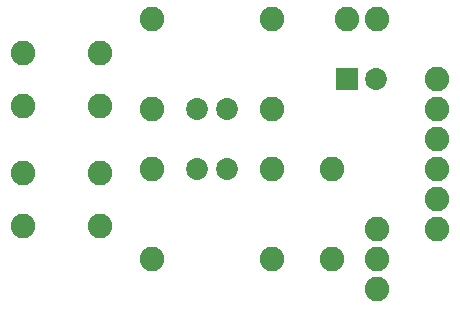
<source format=gbr>
G04 EAGLE Gerber RS-274X export*
G75*
%MOMM*%
%FSLAX34Y34*%
%LPD*%
%INSoldermask Bottom*%
%IPPOS*%
%AMOC8*
5,1,8,0,0,1.08239X$1,22.5*%
G01*
%ADD10C,1.854200*%
%ADD11C,2.082800*%
%ADD12R,1.854200X1.854200*%


D10*
X266700Y279400D03*
X241300Y279400D03*
X266700Y228600D03*
X241300Y228600D03*
D11*
X444500Y177800D03*
X444500Y203200D03*
X444500Y228600D03*
X444500Y254000D03*
X444500Y279400D03*
X444500Y304800D03*
X393700Y355600D03*
X368300Y355600D03*
X393700Y127000D03*
X393700Y152400D03*
X393700Y177800D03*
X304800Y228600D03*
X304800Y152400D03*
X304800Y279400D03*
X304800Y355600D03*
X203200Y355600D03*
X203200Y279400D03*
X203200Y228600D03*
X203200Y152400D03*
X355600Y152400D03*
X355600Y228600D03*
X159512Y282194D03*
X94488Y282194D03*
X159512Y327406D03*
X94488Y327406D03*
X159512Y180594D03*
X94488Y180594D03*
X159512Y225806D03*
X94488Y225806D03*
D12*
X368500Y304800D03*
D10*
X393500Y304800D03*
M02*

</source>
